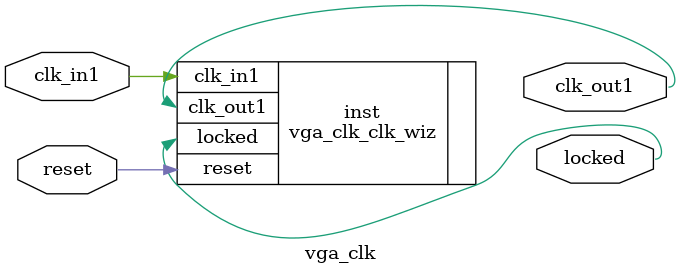
<source format=v>


`timescale 1ps/1ps

(* CORE_GENERATION_INFO = "vga_clk,clk_wiz_v6_0_6_0_0,{component_name=vga_clk,use_phase_alignment=true,use_min_o_jitter=false,use_max_i_jitter=false,use_dyn_phase_shift=false,use_inclk_switchover=false,use_dyn_reconfig=false,enable_axi=0,feedback_source=FDBK_AUTO,PRIMITIVE=MMCM,num_out_clk=1,clkin1_period=10.000,clkin2_period=10.000,use_power_down=false,use_reset=true,use_locked=true,use_inclk_stopped=false,feedback_type=SINGLE,CLOCK_MGR_TYPE=NA,manual_override=false}" *)

module vga_clk 
 (
  // Clock out ports
  output        clk_out1,
  // Status and control signals
  input         reset,
  output        locked,
 // Clock in ports
  input         clk_in1
 );

  vga_clk_clk_wiz inst
  (
  // Clock out ports  
  .clk_out1(clk_out1),
  // Status and control signals               
  .reset(reset), 
  .locked(locked),
 // Clock in ports
  .clk_in1(clk_in1)
  );

endmodule

</source>
